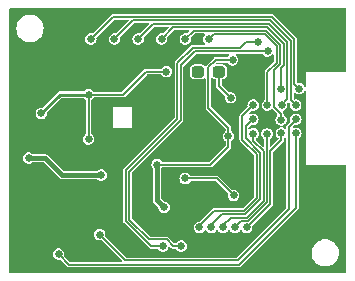
<source format=gbr>
%TF.GenerationSoftware,KiCad,Pcbnew,8.0.1*%
%TF.CreationDate,2024-07-01T16:13:11-04:00*%
%TF.ProjectId,V1,56312e6b-6963-4616-945f-706362585858,rev?*%
%TF.SameCoordinates,Original*%
%TF.FileFunction,Copper,L2,Bot*%
%TF.FilePolarity,Positive*%
%FSLAX46Y46*%
G04 Gerber Fmt 4.6, Leading zero omitted, Abs format (unit mm)*
G04 Created by KiCad (PCBNEW 8.0.1) date 2024-07-01 16:13:11*
%MOMM*%
%LPD*%
G01*
G04 APERTURE LIST*
G04 Aperture macros list*
%AMRoundRect*
0 Rectangle with rounded corners*
0 $1 Rounding radius*
0 $2 $3 $4 $5 $6 $7 $8 $9 X,Y pos of 4 corners*
0 Add a 4 corners polygon primitive as box body*
4,1,4,$2,$3,$4,$5,$6,$7,$8,$9,$2,$3,0*
0 Add four circle primitives for the rounded corners*
1,1,$1+$1,$2,$3*
1,1,$1+$1,$4,$5*
1,1,$1+$1,$6,$7*
1,1,$1+$1,$8,$9*
0 Add four rect primitives between the rounded corners*
20,1,$1+$1,$2,$3,$4,$5,0*
20,1,$1+$1,$4,$5,$6,$7,0*
20,1,$1+$1,$6,$7,$8,$9,0*
20,1,$1+$1,$8,$9,$2,$3,0*%
G04 Aperture macros list end*
%TA.AperFunction,SMDPad,CuDef*%
%ADD10RoundRect,0.237500X-0.287500X-0.237500X0.287500X-0.237500X0.287500X0.237500X-0.287500X0.237500X0*%
%TD*%
%TA.AperFunction,ViaPad*%
%ADD11C,0.660400*%
%TD*%
%TA.AperFunction,Conductor*%
%ADD12C,0.152400*%
%TD*%
%TA.AperFunction,Conductor*%
%ADD13C,0.381000*%
%TD*%
%TA.AperFunction,Conductor*%
%ADD14C,0.254000*%
%TD*%
G04 APERTURE END LIST*
D10*
%TO.P,D1,1,K*%
%TO.N,Net-(D1-K)*%
X166408500Y-105875121D03*
%TO.P,D1,2,A*%
%TO.N,/LED1*%
X168158500Y-105875121D03*
%TD*%
D11*
%TO.N,GND*%
X154810000Y-108948621D03*
X166110000Y-109848621D03*
X151210000Y-117048621D03*
X166310000Y-120848621D03*
X157910000Y-121048621D03*
X153140000Y-121338621D03*
X154410000Y-103048621D03*
X166400000Y-112568621D03*
X155500000Y-113538621D03*
X177710000Y-118048621D03*
X154410000Y-106048621D03*
X156210000Y-108948621D03*
X155910000Y-106048621D03*
X177710000Y-101548621D03*
X174710000Y-119548621D03*
X155910000Y-104598621D03*
X152910000Y-107548621D03*
X156710000Y-118048621D03*
X169110000Y-106848621D03*
X169110000Y-109298621D03*
X162450000Y-110708621D03*
X177710000Y-104548621D03*
X151210000Y-119048621D03*
X158910000Y-106048621D03*
X176210000Y-116548621D03*
X151410000Y-104548621D03*
X177710000Y-103048621D03*
X176210000Y-101548621D03*
X160410000Y-106048621D03*
X176210000Y-118048621D03*
X154410000Y-104548621D03*
X157280000Y-113538621D03*
X152910000Y-106048621D03*
X169310000Y-120848621D03*
X176210000Y-103048621D03*
X174710000Y-101548621D03*
X151210000Y-115048621D03*
X157410000Y-106048621D03*
X155910000Y-103098621D03*
X174710000Y-121048621D03*
X167810000Y-120848621D03*
X152910000Y-104548621D03*
X151410000Y-106048621D03*
%TO.N,VCC*%
X162922500Y-113738621D03*
X163510000Y-117348621D03*
X168962500Y-111328621D03*
X169310000Y-104858621D03*
%TO.N,+1V8*%
X157123500Y-111570121D03*
X153120000Y-109388621D03*
X163710000Y-105858621D03*
X157120000Y-107800121D03*
%TO.N,Net-(D1-K)*%
X166408500Y-105875121D03*
%TO.N,/LED1*%
X169143500Y-108075121D03*
%TO.N,/VBAT*%
X152050000Y-113166121D03*
X158190000Y-114628621D03*
%TO.N,/SWDCLK*%
X164960000Y-120638621D03*
X172280000Y-104118621D03*
%TO.N,/SWDIO*%
X171470000Y-103328621D03*
X163410000Y-120638621D03*
%TO.N,/BAT_V*%
X165301000Y-114906121D03*
X169400000Y-116338621D03*
%TO.N,/VIB_CTRL*%
X173440000Y-111068621D03*
X170510000Y-119053621D03*
%TO.N,/A3*%
X173460000Y-108698621D03*
X161310000Y-103101121D03*
%TO.N,/EN_A*%
X174670000Y-111088621D03*
X154580000Y-121298621D03*
%TO.N,/EN_B*%
X158060000Y-119658621D03*
X174670000Y-109888621D03*
%TO.N,/A5*%
X174930000Y-107308621D03*
X157310000Y-103101121D03*
%TO.N,/BTN_2*%
X171020000Y-109898621D03*
X167510000Y-119053621D03*
%TO.N,/BTN_3*%
X168510000Y-119053621D03*
X171040000Y-111108621D03*
%TO.N,/BTN_4*%
X169510000Y-119053621D03*
X172230000Y-111128621D03*
%TO.N,/BTN_1*%
X166510000Y-119053621D03*
X171060000Y-108698621D03*
%TO.N,/A2*%
X173410000Y-107298621D03*
X163310000Y-103101121D03*
%TO.N,/A1*%
X173420000Y-109948621D03*
X165310000Y-103101121D03*
%TO.N,/A4*%
X174660000Y-108698621D03*
X159310000Y-103101121D03*
%TO.N,/A0*%
X172260000Y-108698621D03*
X167310000Y-103101121D03*
%TD*%
D12*
%TO.N,VCC*%
X167430000Y-113738621D02*
X162922500Y-113738621D01*
X168962500Y-112206121D02*
X167430000Y-113738621D01*
D13*
X162922500Y-113738621D02*
X162922500Y-116761121D01*
X162922500Y-116761121D02*
X163510000Y-117348621D01*
D12*
X168962500Y-111328621D02*
X168962500Y-112206121D01*
X169310000Y-104858621D02*
X167870000Y-104858621D01*
X167260000Y-108908621D02*
X168962500Y-110611121D01*
X167260000Y-105468621D02*
X167260000Y-108908621D01*
X167870000Y-104858621D02*
X167260000Y-105468621D01*
X168962500Y-110611121D02*
X168962500Y-111328621D01*
%TO.N,+1V8*%
X157123500Y-107803621D02*
X157123500Y-111570121D01*
X157120000Y-107800121D02*
X157123500Y-107803621D01*
X160033500Y-107800121D02*
X157120000Y-107800121D01*
X161975000Y-105858621D02*
X160033500Y-107800121D01*
D14*
X154708500Y-107800121D02*
X153120000Y-109388621D01*
X157120000Y-107800121D02*
X154708500Y-107800121D01*
D12*
X163710000Y-105858621D02*
X161975000Y-105858621D01*
%TO.N,/LED1*%
X168158500Y-107090121D02*
X169143500Y-108075121D01*
X168158500Y-105875121D02*
X168158500Y-107090121D01*
D13*
%TO.N,/VBAT*%
X154880000Y-114628621D02*
X153417500Y-113166121D01*
X153417500Y-113166121D02*
X152050000Y-113166121D01*
X158190000Y-114628621D02*
X154880000Y-114628621D01*
D12*
%TO.N,/SWDCLK*%
X162253092Y-120058621D02*
X160582100Y-118387629D01*
X164922100Y-105306521D02*
X166110000Y-104118621D01*
X163720000Y-120058621D02*
X162253092Y-120058621D01*
X164922100Y-109986521D02*
X164922100Y-105306521D01*
X160582100Y-114326521D02*
X164922100Y-109986521D01*
X164300000Y-120638621D02*
X163720000Y-120058621D01*
X166110000Y-104118621D02*
X172280000Y-104118621D01*
X160582100Y-118387629D02*
X160582100Y-114326521D01*
X164960000Y-120638621D02*
X164300000Y-120638621D01*
%TO.N,/SWDIO*%
X169982100Y-103826521D02*
X170480000Y-103328621D01*
X170480000Y-103328621D02*
X171470000Y-103328621D01*
X164630000Y-109838621D02*
X164630000Y-105158621D01*
X165962100Y-103826521D02*
X169982100Y-103826521D01*
X162420000Y-120638621D02*
X160290000Y-118508621D01*
X163410000Y-120638621D02*
X162420000Y-120638621D01*
X160290000Y-114178621D02*
X164630000Y-109838621D01*
X164630000Y-105158621D02*
X165962100Y-103826521D01*
X160290000Y-118508621D02*
X160290000Y-114178621D01*
%TO.N,/BAT_V*%
X169400000Y-116338621D02*
X167967500Y-114906121D01*
X167967500Y-114906121D02*
X165301000Y-114906121D01*
%TO.N,/VIB_CTRL*%
X170510000Y-119053621D02*
X170510000Y-119048621D01*
X170510000Y-119048621D02*
X172522100Y-117036521D01*
X173440000Y-111668621D02*
X173440000Y-111068621D01*
X172522100Y-117036521D02*
X172522100Y-112586521D01*
X172522100Y-112586521D02*
X173440000Y-111668621D01*
%TO.N,/A3*%
X162598800Y-101812321D02*
X172387516Y-101812321D01*
X161310000Y-103101121D02*
X162598800Y-101812321D01*
X172387516Y-101812321D02*
X173956100Y-103380905D01*
X173956100Y-103380905D02*
X173956100Y-108202521D01*
X173956100Y-108202521D02*
X173460000Y-108698621D01*
%TO.N,/EN_A*%
X155490000Y-122208621D02*
X169850000Y-122208621D01*
X169850000Y-122208621D02*
X174670000Y-117388621D01*
X174670000Y-117388621D02*
X174670000Y-111088621D01*
X154580000Y-121298621D02*
X155490000Y-122208621D01*
%TO.N,/EN_B*%
X160230000Y-121828621D02*
X169730000Y-121828621D01*
X169730000Y-121828621D02*
X174080000Y-117478621D01*
X174080000Y-117478621D02*
X174080000Y-110558621D01*
X174670000Y-109968621D02*
X174670000Y-109888621D01*
X174080000Y-110558621D02*
X174670000Y-109968621D01*
X158060000Y-119658621D02*
X160230000Y-121828621D01*
%TO.N,/A5*%
X174540300Y-103138921D02*
X174540300Y-106918921D01*
X159183000Y-101228121D02*
X172629500Y-101228121D01*
X174540300Y-106918921D02*
X174930000Y-107308621D01*
X172629500Y-101228121D02*
X174540300Y-103138921D01*
X157310000Y-103101121D02*
X159183000Y-101228121D01*
%TO.N,/BTN_2*%
X167510000Y-118858621D02*
X168445300Y-117923321D01*
X171645800Y-116666637D02*
X171645800Y-112724421D01*
X168445300Y-117923321D02*
X170389116Y-117923321D01*
X167510000Y-119053621D02*
X167510000Y-118858621D01*
X170420000Y-110498621D02*
X171020000Y-109898621D01*
X170420000Y-111498621D02*
X170420000Y-110498621D01*
X170389116Y-117923321D02*
X171645800Y-116666637D01*
X171645800Y-112724421D02*
X170420000Y-111498621D01*
%TO.N,/BTN_3*%
X170510108Y-118215421D02*
X171937900Y-116787629D01*
X168510000Y-119053621D02*
X168510000Y-118858621D01*
X171937900Y-116787629D02*
X171937900Y-112603429D01*
X171937900Y-112603429D02*
X171040000Y-111705529D01*
X171040000Y-111705529D02*
X171040000Y-111108621D01*
X168510000Y-118858621D02*
X169153200Y-118215421D01*
X169153200Y-118215421D02*
X170510108Y-118215421D01*
%TO.N,/BTN_4*%
X169510000Y-119053621D02*
X170056100Y-118507521D01*
X170631100Y-118507521D02*
X172230000Y-116908621D01*
X170056100Y-118507521D02*
X170631100Y-118507521D01*
X172230000Y-116908621D02*
X172230000Y-111128621D01*
%TO.N,/BTN_1*%
X171353700Y-116545645D02*
X171353700Y-112845413D01*
X170127900Y-109630721D02*
X171060000Y-108698621D01*
X170127900Y-111619613D02*
X170127900Y-109630721D01*
X167767400Y-117631221D02*
X170268124Y-117631221D01*
X171353700Y-112845413D02*
X170127900Y-111619613D01*
X170268124Y-117631221D02*
X171353700Y-116545645D01*
X166510000Y-118888621D02*
X167767400Y-117631221D01*
X166510000Y-119053621D02*
X166510000Y-118888621D01*
%TO.N,/A2*%
X173664000Y-103501897D02*
X173664000Y-105300805D01*
X163310000Y-103101121D02*
X164306700Y-102104421D01*
X164306700Y-102104421D02*
X172266524Y-102104421D01*
X173410000Y-105554805D02*
X173410000Y-107298621D01*
X172266524Y-102104421D02*
X173664000Y-103501897D01*
X173664000Y-105300805D02*
X173410000Y-105554805D01*
%TO.N,/A1*%
X172850000Y-105701713D02*
X172850000Y-108888621D01*
X173420000Y-109458621D02*
X173420000Y-109948621D01*
X173350000Y-103600989D02*
X173350000Y-105201713D01*
X172145532Y-102396521D02*
X173350000Y-103600989D01*
X173350000Y-105201713D02*
X172850000Y-105701713D01*
X165310000Y-103101121D02*
X166014600Y-102396521D01*
X172850000Y-108888621D02*
X173420000Y-109458621D01*
X166014600Y-102396521D02*
X172145532Y-102396521D01*
%TO.N,/A4*%
X174248200Y-103259913D02*
X174248200Y-108286821D01*
X172508508Y-101520221D02*
X174248200Y-103259913D01*
X159310000Y-103101121D02*
X160890900Y-101520221D01*
X174248200Y-108286821D02*
X174660000Y-108698621D01*
X160890900Y-101520221D02*
X172508508Y-101520221D01*
%TO.N,/A0*%
X167310000Y-103101121D02*
X167722500Y-102688621D01*
X173040000Y-105098621D02*
X172260000Y-105878621D01*
X172024540Y-102688621D02*
X173040000Y-103704081D01*
X167722500Y-102688621D02*
X172024540Y-102688621D01*
X173040000Y-103704081D02*
X173040000Y-105098621D01*
X172260000Y-105878621D02*
X172260000Y-108698621D01*
%TD*%
%TA.AperFunction,Conductor*%
%TO.N,GND*%
G36*
X178878638Y-100470714D02*
G01*
X178904358Y-100515263D01*
X178905500Y-100528321D01*
X178905500Y-105812921D01*
X178887907Y-105861259D01*
X178843358Y-105886979D01*
X178830300Y-105888121D01*
X175507500Y-105888121D01*
X175507500Y-107064546D01*
X175489907Y-107112884D01*
X175445358Y-107138604D01*
X175394700Y-107129671D01*
X175363896Y-107095786D01*
X175340589Y-107044752D01*
X175340587Y-107044749D01*
X175249616Y-106939763D01*
X175249614Y-106939762D01*
X175132751Y-106864658D01*
X174999461Y-106825521D01*
X174999459Y-106825521D01*
X174860541Y-106825521D01*
X174860537Y-106825521D01*
X174855297Y-106826274D01*
X174804948Y-106815736D01*
X174773153Y-106775299D01*
X174769400Y-106751839D01*
X174769400Y-103093349D01*
X174769399Y-103093348D01*
X174759237Y-103068816D01*
X174759184Y-103068687D01*
X174734522Y-103009146D01*
X174734521Y-103009145D01*
X174734521Y-103009144D01*
X172759280Y-101033903D01*
X172759277Y-101033901D01*
X172759275Y-101033899D01*
X172699733Y-101009236D01*
X172699732Y-101009235D01*
X172675073Y-100999021D01*
X172675071Y-100999021D01*
X159137429Y-100999021D01*
X159112766Y-101009236D01*
X159070662Y-101026676D01*
X159053222Y-101033900D01*
X157480305Y-102606817D01*
X157433685Y-102628557D01*
X157405947Y-102625798D01*
X157379460Y-102618021D01*
X157379459Y-102618021D01*
X157240541Y-102618021D01*
X157240538Y-102618021D01*
X157107248Y-102657158D01*
X156990385Y-102732262D01*
X156990383Y-102732263D01*
X156899412Y-102837249D01*
X156899410Y-102837252D01*
X156841702Y-102963612D01*
X156821932Y-103101121D01*
X156841702Y-103238629D01*
X156899410Y-103364989D01*
X156899412Y-103364992D01*
X156987045Y-103466126D01*
X156990383Y-103469978D01*
X157013168Y-103484621D01*
X157107248Y-103545083D01*
X157150290Y-103557721D01*
X157240541Y-103584221D01*
X157240544Y-103584221D01*
X157379456Y-103584221D01*
X157379459Y-103584221D01*
X157512751Y-103545083D01*
X157629617Y-103469978D01*
X157720589Y-103364990D01*
X157778298Y-103238626D01*
X157798068Y-103101121D01*
X157782800Y-102994931D01*
X157793334Y-102944583D01*
X157804056Y-102931060D01*
X159255871Y-101479247D01*
X159302491Y-101457507D01*
X159309045Y-101457221D01*
X160448355Y-101457221D01*
X160496693Y-101474814D01*
X160522413Y-101519363D01*
X160513480Y-101570021D01*
X160501529Y-101585594D01*
X159983560Y-102103563D01*
X159480305Y-102606818D01*
X159433685Y-102628558D01*
X159405945Y-102625798D01*
X159379461Y-102618021D01*
X159379459Y-102618021D01*
X159240541Y-102618021D01*
X159240538Y-102618021D01*
X159107248Y-102657158D01*
X158990385Y-102732262D01*
X158990383Y-102732263D01*
X158899412Y-102837249D01*
X158899410Y-102837252D01*
X158841702Y-102963612D01*
X158821932Y-103101121D01*
X158841702Y-103238629D01*
X158899410Y-103364989D01*
X158899412Y-103364992D01*
X158987045Y-103466126D01*
X158990383Y-103469978D01*
X159013168Y-103484621D01*
X159107248Y-103545083D01*
X159150290Y-103557721D01*
X159240541Y-103584221D01*
X159240544Y-103584221D01*
X159379456Y-103584221D01*
X159379459Y-103584221D01*
X159512751Y-103545083D01*
X159629617Y-103469978D01*
X159720589Y-103364990D01*
X159778298Y-103238626D01*
X159798068Y-103101121D01*
X159782800Y-102994931D01*
X159793334Y-102944583D01*
X159804056Y-102931060D01*
X160963771Y-101771347D01*
X161010391Y-101749607D01*
X161016945Y-101749321D01*
X162156256Y-101749321D01*
X162204594Y-101766914D01*
X162230314Y-101811463D01*
X162221381Y-101862121D01*
X162209434Y-101877690D01*
X161480303Y-102606819D01*
X161433685Y-102628558D01*
X161405945Y-102625798D01*
X161379461Y-102618021D01*
X161379459Y-102618021D01*
X161240541Y-102618021D01*
X161240538Y-102618021D01*
X161107248Y-102657158D01*
X160990385Y-102732262D01*
X160990383Y-102732263D01*
X160899412Y-102837249D01*
X160899410Y-102837252D01*
X160841702Y-102963612D01*
X160821932Y-103101121D01*
X160841702Y-103238629D01*
X160899410Y-103364989D01*
X160899412Y-103364992D01*
X160987045Y-103466126D01*
X160990383Y-103469978D01*
X161013168Y-103484621D01*
X161107248Y-103545083D01*
X161150290Y-103557721D01*
X161240541Y-103584221D01*
X161240544Y-103584221D01*
X161379456Y-103584221D01*
X161379459Y-103584221D01*
X161512751Y-103545083D01*
X161629617Y-103469978D01*
X161720589Y-103364990D01*
X161778298Y-103238626D01*
X161798068Y-103101121D01*
X161782800Y-102994931D01*
X161793334Y-102944583D01*
X161804056Y-102931060D01*
X162671670Y-102063447D01*
X162718290Y-102041707D01*
X162724844Y-102041421D01*
X163864155Y-102041421D01*
X163912493Y-102059014D01*
X163938213Y-102103563D01*
X163929280Y-102154221D01*
X163917330Y-102169794D01*
X163794939Y-102292184D01*
X163480304Y-102606818D01*
X163433684Y-102628557D01*
X163405945Y-102625797D01*
X163379464Y-102618022D01*
X163379461Y-102618021D01*
X163379459Y-102618021D01*
X163240541Y-102618021D01*
X163240538Y-102618021D01*
X163107248Y-102657158D01*
X162990385Y-102732262D01*
X162990383Y-102732263D01*
X162899412Y-102837249D01*
X162899410Y-102837252D01*
X162841702Y-102963612D01*
X162821932Y-103101121D01*
X162841702Y-103238629D01*
X162899410Y-103364989D01*
X162899412Y-103364992D01*
X162987045Y-103466126D01*
X162990383Y-103469978D01*
X163013168Y-103484621D01*
X163107248Y-103545083D01*
X163150290Y-103557721D01*
X163240541Y-103584221D01*
X163240544Y-103584221D01*
X163379456Y-103584221D01*
X163379459Y-103584221D01*
X163512751Y-103545083D01*
X163629617Y-103469978D01*
X163720589Y-103364990D01*
X163778298Y-103238626D01*
X163798068Y-103101121D01*
X163782800Y-102994931D01*
X163793334Y-102944583D01*
X163804056Y-102931060D01*
X164379570Y-102355547D01*
X164426190Y-102333807D01*
X164432744Y-102333521D01*
X165572054Y-102333521D01*
X165620392Y-102351114D01*
X165646112Y-102395663D01*
X165637179Y-102446321D01*
X165625228Y-102461896D01*
X165480304Y-102606818D01*
X165433684Y-102628557D01*
X165405945Y-102625797D01*
X165379464Y-102618022D01*
X165379461Y-102618021D01*
X165379459Y-102618021D01*
X165240541Y-102618021D01*
X165240538Y-102618021D01*
X165107248Y-102657158D01*
X164990385Y-102732262D01*
X164990383Y-102732263D01*
X164899412Y-102837249D01*
X164899410Y-102837252D01*
X164841702Y-102963612D01*
X164821932Y-103101121D01*
X164841702Y-103238629D01*
X164899410Y-103364989D01*
X164899412Y-103364992D01*
X164987045Y-103466126D01*
X164990383Y-103469978D01*
X165013168Y-103484621D01*
X165107248Y-103545083D01*
X165150290Y-103557721D01*
X165240541Y-103584221D01*
X165240544Y-103584221D01*
X165379456Y-103584221D01*
X165379459Y-103584221D01*
X165512751Y-103545083D01*
X165629617Y-103469978D01*
X165720589Y-103364990D01*
X165778298Y-103238626D01*
X165798068Y-103101121D01*
X165782800Y-102994930D01*
X165793336Y-102944583D01*
X165804056Y-102931060D01*
X166087472Y-102647646D01*
X166134092Y-102625907D01*
X166140646Y-102625621D01*
X166918125Y-102625621D01*
X166966463Y-102643214D01*
X166992183Y-102687763D01*
X166983250Y-102738421D01*
X166974957Y-102750067D01*
X166899412Y-102837249D01*
X166899410Y-102837252D01*
X166841702Y-102963612D01*
X166821932Y-103101121D01*
X166841702Y-103238629D01*
X166899410Y-103364989D01*
X166899412Y-103364992D01*
X166992980Y-103472975D01*
X167011339Y-103521028D01*
X166994514Y-103569639D01*
X166950380Y-103596062D01*
X166936148Y-103597421D01*
X165916529Y-103597421D01*
X165891866Y-103607636D01*
X165849762Y-103625076D01*
X165832322Y-103632300D01*
X164435778Y-105028844D01*
X164425839Y-105052841D01*
X164400900Y-105113049D01*
X164400900Y-109712575D01*
X164383307Y-109760913D01*
X164378874Y-109765749D01*
X160095778Y-114048844D01*
X160081915Y-114082315D01*
X160081915Y-114082316D01*
X160060900Y-114133051D01*
X160060900Y-118554191D01*
X160095778Y-118638397D01*
X162290223Y-120832842D01*
X162290225Y-120832843D01*
X162342893Y-120854658D01*
X162342894Y-120854659D01*
X162355956Y-120860069D01*
X162374429Y-120867721D01*
X162374430Y-120867721D01*
X162465570Y-120867721D01*
X162936004Y-120867721D01*
X162984342Y-120885314D01*
X162995888Y-120898426D01*
X162995889Y-120898426D01*
X162995997Y-120898551D01*
X162999264Y-120902261D01*
X162999413Y-120902493D01*
X163071396Y-120985566D01*
X163090383Y-121007478D01*
X163090385Y-121007479D01*
X163207248Y-121082583D01*
X163302069Y-121110424D01*
X163340541Y-121121721D01*
X163340544Y-121121721D01*
X163479456Y-121121721D01*
X163479459Y-121121721D01*
X163612751Y-121082583D01*
X163729617Y-121007478D01*
X163820589Y-120902490D01*
X163878298Y-120776126D01*
X163886485Y-120719181D01*
X163910777Y-120673842D01*
X163958532Y-120654723D01*
X164007404Y-120670773D01*
X164014085Y-120676703D01*
X164107957Y-120770575D01*
X164170226Y-120832844D01*
X164222893Y-120854658D01*
X164222894Y-120854659D01*
X164235956Y-120860069D01*
X164254429Y-120867721D01*
X164254430Y-120867721D01*
X164345570Y-120867721D01*
X164486004Y-120867721D01*
X164534342Y-120885314D01*
X164545888Y-120898426D01*
X164545889Y-120898426D01*
X164545997Y-120898551D01*
X164549264Y-120902261D01*
X164549413Y-120902493D01*
X164621396Y-120985566D01*
X164640383Y-121007478D01*
X164640385Y-121007479D01*
X164757248Y-121082583D01*
X164852069Y-121110424D01*
X164890541Y-121121721D01*
X164890544Y-121121721D01*
X165029456Y-121121721D01*
X165029459Y-121121721D01*
X165162751Y-121082583D01*
X165279617Y-121007478D01*
X165370589Y-120902490D01*
X165426629Y-120779781D01*
X165428297Y-120776129D01*
X165428297Y-120776127D01*
X165428298Y-120776126D01*
X165448068Y-120638621D01*
X165428298Y-120501116D01*
X165428297Y-120501114D01*
X165428297Y-120501112D01*
X165370589Y-120374752D01*
X165370587Y-120374749D01*
X165282736Y-120273364D01*
X165279617Y-120269764D01*
X165279616Y-120269763D01*
X165279614Y-120269762D01*
X165162751Y-120194658D01*
X165029461Y-120155521D01*
X165029459Y-120155521D01*
X164890541Y-120155521D01*
X164890538Y-120155521D01*
X164757248Y-120194658D01*
X164640385Y-120269762D01*
X164640380Y-120269766D01*
X164549413Y-120374748D01*
X164549264Y-120374981D01*
X164549111Y-120375097D01*
X164545889Y-120378816D01*
X164545110Y-120378141D01*
X164508329Y-120406131D01*
X164486004Y-120409521D01*
X164426045Y-120409521D01*
X164377707Y-120391928D01*
X164372871Y-120387495D01*
X163849780Y-119864403D01*
X163849777Y-119864401D01*
X163849775Y-119864399D01*
X163790233Y-119839736D01*
X163790232Y-119839735D01*
X163765573Y-119829521D01*
X163765571Y-119829521D01*
X162379136Y-119829521D01*
X162330798Y-119811928D01*
X162325962Y-119807495D01*
X160833226Y-118314758D01*
X160811486Y-118268138D01*
X160811200Y-118261584D01*
X160811200Y-114452566D01*
X160828793Y-114404228D01*
X160833226Y-114399392D01*
X165116321Y-110116297D01*
X165116322Y-110116296D01*
X165151200Y-110032091D01*
X165151200Y-109940951D01*
X165151200Y-105432566D01*
X165168793Y-105384228D01*
X165173226Y-105379392D01*
X166182871Y-104369747D01*
X166229491Y-104348007D01*
X166236045Y-104347721D01*
X168955299Y-104347721D01*
X169003637Y-104365314D01*
X169029357Y-104409863D01*
X169020424Y-104460521D01*
X168995955Y-104486183D01*
X168990385Y-104489762D01*
X168990380Y-104489766D01*
X168899413Y-104594748D01*
X168899264Y-104594981D01*
X168899111Y-104595097D01*
X168895889Y-104598816D01*
X168895110Y-104598141D01*
X168858329Y-104626131D01*
X168836004Y-104629521D01*
X167824429Y-104629521D01*
X167799766Y-104639736D01*
X167757662Y-104657176D01*
X167740222Y-104664400D01*
X167060729Y-105343893D01*
X167014109Y-105365633D01*
X166964422Y-105352319D01*
X166954381Y-105343893D01*
X166928332Y-105317844D01*
X166818144Y-105261701D01*
X166818146Y-105261701D01*
X166726724Y-105247221D01*
X166726722Y-105247221D01*
X166090278Y-105247221D01*
X166090275Y-105247221D01*
X165998854Y-105261701D01*
X165888667Y-105317844D01*
X165801223Y-105405288D01*
X165745080Y-105515475D01*
X165730600Y-105606896D01*
X165730600Y-106143345D01*
X165745080Y-106234766D01*
X165786100Y-106315272D01*
X165801223Y-106344953D01*
X165888668Y-106432398D01*
X165998854Y-106488540D01*
X165998856Y-106488541D01*
X166090278Y-106503021D01*
X166090282Y-106503021D01*
X166726718Y-106503021D01*
X166726722Y-106503021D01*
X166818144Y-106488541D01*
X166921561Y-106435847D01*
X166972616Y-106429579D01*
X167015757Y-106457595D01*
X167030900Y-106502852D01*
X167030900Y-108954191D01*
X167065778Y-109038397D01*
X168711374Y-110683991D01*
X168733114Y-110730611D01*
X168733400Y-110737165D01*
X168733400Y-110860530D01*
X168715807Y-110908868D01*
X168698856Y-110923792D01*
X168642885Y-110959762D01*
X168642883Y-110959763D01*
X168551912Y-111064749D01*
X168551910Y-111064752D01*
X168494202Y-111191112D01*
X168474432Y-111328621D01*
X168494202Y-111466129D01*
X168551910Y-111592489D01*
X168551912Y-111592492D01*
X168590390Y-111636897D01*
X168642883Y-111697478D01*
X168698856Y-111733449D01*
X168730008Y-111774383D01*
X168733400Y-111796712D01*
X168733400Y-112080076D01*
X168715807Y-112128414D01*
X168711374Y-112133250D01*
X167357129Y-113487495D01*
X167310509Y-113509235D01*
X167303955Y-113509521D01*
X163396496Y-113509521D01*
X163348158Y-113491928D01*
X163336611Y-113478815D01*
X163336611Y-113478816D01*
X163336502Y-113478690D01*
X163333236Y-113474981D01*
X163333086Y-113474748D01*
X163242119Y-113369766D01*
X163242114Y-113369762D01*
X163125251Y-113294658D01*
X162991961Y-113255521D01*
X162991959Y-113255521D01*
X162853041Y-113255521D01*
X162853038Y-113255521D01*
X162719748Y-113294658D01*
X162602885Y-113369762D01*
X162602883Y-113369763D01*
X162511912Y-113474749D01*
X162511910Y-113474752D01*
X162454202Y-113601112D01*
X162434432Y-113738621D01*
X162454202Y-113876129D01*
X162510362Y-113999099D01*
X162511911Y-114002490D01*
X162552077Y-114048844D01*
X162560732Y-114058832D01*
X162579091Y-114106885D01*
X162579100Y-114108078D01*
X162579100Y-116806330D01*
X162586299Y-116833197D01*
X162586299Y-116833199D01*
X162586300Y-116833199D01*
X162586300Y-116833200D01*
X162589059Y-116843495D01*
X162602502Y-116893668D01*
X162602503Y-116893672D01*
X162608847Y-116904659D01*
X162647712Y-116971974D01*
X163003826Y-117328088D01*
X163025086Y-117370559D01*
X163041702Y-117486128D01*
X163099410Y-117612489D01*
X163099412Y-117612492D01*
X163190383Y-117717478D01*
X163190385Y-117717479D01*
X163307248Y-117792583D01*
X163402069Y-117820424D01*
X163440541Y-117831721D01*
X163440544Y-117831721D01*
X163579456Y-117831721D01*
X163579459Y-117831721D01*
X163712751Y-117792583D01*
X163829617Y-117717478D01*
X163920589Y-117612490D01*
X163952466Y-117542689D01*
X163978297Y-117486129D01*
X163978297Y-117486127D01*
X163978298Y-117486126D01*
X163998068Y-117348621D01*
X163978298Y-117211116D01*
X163978297Y-117211114D01*
X163978297Y-117211112D01*
X163920589Y-117084752D01*
X163920587Y-117084749D01*
X163846184Y-116998884D01*
X163829617Y-116979764D01*
X163829616Y-116979763D01*
X163829614Y-116979762D01*
X163712751Y-116904658D01*
X163579461Y-116865521D01*
X163579459Y-116865521D01*
X163543689Y-116865521D01*
X163495351Y-116847928D01*
X163490515Y-116843495D01*
X163287926Y-116640906D01*
X163266186Y-116594286D01*
X163265900Y-116587732D01*
X163265900Y-114906121D01*
X164812932Y-114906121D01*
X164832702Y-115043629D01*
X164890410Y-115169989D01*
X164890412Y-115169992D01*
X164981383Y-115274978D01*
X164981385Y-115274979D01*
X165098248Y-115350083D01*
X165193069Y-115377924D01*
X165231541Y-115389221D01*
X165231544Y-115389221D01*
X165370456Y-115389221D01*
X165370459Y-115389221D01*
X165503751Y-115350083D01*
X165620617Y-115274978D01*
X165711589Y-115169990D01*
X165711591Y-115169984D01*
X165711736Y-115169761D01*
X165711888Y-115169644D01*
X165715111Y-115165926D01*
X165715889Y-115166600D01*
X165752671Y-115138611D01*
X165774996Y-115135221D01*
X167841455Y-115135221D01*
X167889793Y-115152814D01*
X167894629Y-115157247D01*
X168905938Y-116168556D01*
X168927678Y-116215176D01*
X168927199Y-116232431D01*
X168911932Y-116338620D01*
X168931702Y-116476129D01*
X168989410Y-116602489D01*
X168989412Y-116602492D01*
X169080383Y-116707478D01*
X169080385Y-116707479D01*
X169197248Y-116782583D01*
X169278124Y-116806330D01*
X169330541Y-116821721D01*
X169330544Y-116821721D01*
X169469456Y-116821721D01*
X169469459Y-116821721D01*
X169602751Y-116782583D01*
X169719617Y-116707478D01*
X169810589Y-116602490D01*
X169868298Y-116476126D01*
X169888068Y-116338621D01*
X169868298Y-116201116D01*
X169868297Y-116201114D01*
X169868297Y-116201112D01*
X169810589Y-116074752D01*
X169810587Y-116074749D01*
X169719616Y-115969763D01*
X169719614Y-115969762D01*
X169602751Y-115894658D01*
X169469461Y-115855521D01*
X169469459Y-115855521D01*
X169330541Y-115855521D01*
X169304053Y-115863298D01*
X169252717Y-115860035D01*
X169229694Y-115844318D01*
X168097280Y-114711903D01*
X168097277Y-114711901D01*
X168097275Y-114711899D01*
X168037733Y-114687236D01*
X168037732Y-114687235D01*
X168013073Y-114677021D01*
X168013071Y-114677021D01*
X165774996Y-114677021D01*
X165726658Y-114659428D01*
X165715111Y-114646315D01*
X165715111Y-114646316D01*
X165715002Y-114646190D01*
X165711736Y-114642481D01*
X165711586Y-114642248D01*
X165620619Y-114537266D01*
X165620614Y-114537262D01*
X165503751Y-114462158D01*
X165370461Y-114423021D01*
X165370459Y-114423021D01*
X165231541Y-114423021D01*
X165231538Y-114423021D01*
X165098248Y-114462158D01*
X164981385Y-114537262D01*
X164981383Y-114537263D01*
X164890412Y-114642249D01*
X164890410Y-114642252D01*
X164832702Y-114768612D01*
X164812932Y-114906121D01*
X163265900Y-114906121D01*
X163265900Y-114108078D01*
X163283493Y-114059740D01*
X163284268Y-114058832D01*
X163292923Y-114048844D01*
X163333089Y-114002490D01*
X163333090Y-114002486D01*
X163333236Y-114002261D01*
X163333385Y-114002146D01*
X163336611Y-113998425D01*
X163337389Y-113999099D01*
X163374171Y-113971111D01*
X163396496Y-113967721D01*
X167475570Y-113967721D01*
X167475571Y-113967721D01*
X167500231Y-113957505D01*
X167500234Y-113957505D01*
X167530004Y-113945174D01*
X167559775Y-113932843D01*
X169156722Y-112335896D01*
X169191600Y-112251691D01*
X169191600Y-112160551D01*
X169191600Y-111796712D01*
X169209193Y-111748374D01*
X169226144Y-111733449D01*
X169282117Y-111697478D01*
X169373089Y-111592490D01*
X169425614Y-111477478D01*
X169430797Y-111466129D01*
X169430797Y-111466127D01*
X169430798Y-111466126D01*
X169450568Y-111328621D01*
X169430798Y-111191116D01*
X169430797Y-111191114D01*
X169430797Y-111191112D01*
X169373089Y-111064752D01*
X169373087Y-111064749D01*
X169282116Y-110959763D01*
X169282114Y-110959762D01*
X169226144Y-110923792D01*
X169194991Y-110882858D01*
X169191600Y-110860530D01*
X169191600Y-110565551D01*
X169169854Y-110513051D01*
X169169854Y-110513050D01*
X169156722Y-110481346D01*
X167511126Y-108835750D01*
X167489386Y-108789130D01*
X167489100Y-108782576D01*
X167489100Y-106464378D01*
X167506693Y-106416040D01*
X167551242Y-106390320D01*
X167601900Y-106399253D01*
X167617474Y-106411204D01*
X167638668Y-106432398D01*
X167748854Y-106488540D01*
X167748856Y-106488541D01*
X167840278Y-106503021D01*
X167854200Y-106503021D01*
X167902538Y-106520614D01*
X167928258Y-106565163D01*
X167929400Y-106578221D01*
X167929400Y-107135691D01*
X167964278Y-107219897D01*
X168649438Y-107905056D01*
X168671178Y-107951676D01*
X168670699Y-107968931D01*
X168655432Y-108075120D01*
X168675202Y-108212629D01*
X168732910Y-108338989D01*
X168732912Y-108338992D01*
X168823883Y-108443978D01*
X168823885Y-108443979D01*
X168940748Y-108519083D01*
X169019080Y-108542083D01*
X169074041Y-108558221D01*
X169074044Y-108558221D01*
X169212956Y-108558221D01*
X169212959Y-108558221D01*
X169346251Y-108519083D01*
X169463117Y-108443978D01*
X169554089Y-108338990D01*
X169592602Y-108254659D01*
X169611797Y-108212629D01*
X169611797Y-108212627D01*
X169611798Y-108212626D01*
X169631568Y-108075121D01*
X169611798Y-107937616D01*
X169611797Y-107937614D01*
X169611797Y-107937612D01*
X169554089Y-107811252D01*
X169554087Y-107811249D01*
X169463116Y-107706263D01*
X169463114Y-107706262D01*
X169346251Y-107631158D01*
X169212961Y-107592021D01*
X169212959Y-107592021D01*
X169074041Y-107592021D01*
X169074040Y-107592021D01*
X169047551Y-107599798D01*
X168996215Y-107596534D01*
X168973193Y-107580818D01*
X168409626Y-107017250D01*
X168387886Y-106970630D01*
X168387600Y-106964076D01*
X168387600Y-106578221D01*
X168405193Y-106529883D01*
X168449742Y-106504163D01*
X168462800Y-106503021D01*
X168476718Y-106503021D01*
X168476722Y-106503021D01*
X168568144Y-106488541D01*
X168678332Y-106432398D01*
X168765777Y-106344953D01*
X168821920Y-106234765D01*
X168836400Y-106143343D01*
X168836400Y-105606899D01*
X168821920Y-105515477D01*
X168765777Y-105405289D01*
X168678332Y-105317844D01*
X168568144Y-105261701D01*
X168568146Y-105261701D01*
X168476724Y-105247221D01*
X168476722Y-105247221D01*
X167986946Y-105247221D01*
X167938608Y-105229628D01*
X167912888Y-105185079D01*
X167921821Y-105134421D01*
X167933772Y-105118847D01*
X167942872Y-105109747D01*
X167989492Y-105088007D01*
X167996046Y-105087721D01*
X168836004Y-105087721D01*
X168884342Y-105105314D01*
X168895888Y-105118426D01*
X168895889Y-105118426D01*
X168895997Y-105118551D01*
X168899264Y-105122261D01*
X168899413Y-105122493D01*
X168909749Y-105134421D01*
X168990383Y-105227478D01*
X169021104Y-105247221D01*
X169107248Y-105302583D01*
X169159223Y-105317844D01*
X169240541Y-105341721D01*
X169240544Y-105341721D01*
X169379456Y-105341721D01*
X169379459Y-105341721D01*
X169512751Y-105302583D01*
X169629617Y-105227478D01*
X169720589Y-105122490D01*
X169778298Y-104996126D01*
X169798068Y-104858621D01*
X169778298Y-104721116D01*
X169778297Y-104721114D01*
X169778297Y-104721112D01*
X169720589Y-104594752D01*
X169720587Y-104594749D01*
X169629616Y-104489763D01*
X169629614Y-104489762D01*
X169624045Y-104486183D01*
X169592892Y-104445249D01*
X169595340Y-104393868D01*
X169630243Y-104356080D01*
X169664701Y-104347721D01*
X171806004Y-104347721D01*
X171854342Y-104365314D01*
X171865888Y-104378426D01*
X171865889Y-104378426D01*
X171865997Y-104378551D01*
X171869264Y-104382261D01*
X171869413Y-104382493D01*
X171960380Y-104487475D01*
X171960383Y-104487478D01*
X171996315Y-104510570D01*
X172077248Y-104562583D01*
X172172069Y-104590424D01*
X172210541Y-104601721D01*
X172210544Y-104601721D01*
X172349456Y-104601721D01*
X172349459Y-104601721D01*
X172482751Y-104562583D01*
X172599617Y-104487478D01*
X172678868Y-104396017D01*
X172723818Y-104371008D01*
X172774329Y-104380743D01*
X172806764Y-104420668D01*
X172810900Y-104445263D01*
X172810900Y-104972575D01*
X172793307Y-105020913D01*
X172788874Y-105025749D01*
X172065779Y-105748843D01*
X172041115Y-105808385D01*
X172041115Y-105808387D01*
X172030900Y-105833050D01*
X172030900Y-105833051D01*
X172030900Y-108230530D01*
X172013307Y-108278868D01*
X171996356Y-108293792D01*
X171940385Y-108329762D01*
X171940383Y-108329763D01*
X171849412Y-108434749D01*
X171849410Y-108434752D01*
X171791702Y-108561112D01*
X171771932Y-108698621D01*
X171791702Y-108836129D01*
X171849410Y-108962489D01*
X171849412Y-108962492D01*
X171940383Y-109067478D01*
X171940385Y-109067479D01*
X172057248Y-109142583D01*
X172117138Y-109160168D01*
X172190541Y-109181721D01*
X172190544Y-109181721D01*
X172329456Y-109181721D01*
X172329459Y-109181721D01*
X172462751Y-109142583D01*
X172579617Y-109067478D01*
X172584865Y-109061420D01*
X172629815Y-109036410D01*
X172680325Y-109046143D01*
X172694873Y-109057491D01*
X173105827Y-109468444D01*
X173127567Y-109515064D01*
X173114253Y-109564751D01*
X173101904Y-109578446D01*
X173100384Y-109579763D01*
X173009412Y-109684749D01*
X173009410Y-109684752D01*
X172951702Y-109811112D01*
X172931932Y-109948621D01*
X172951702Y-110086129D01*
X173009410Y-110212489D01*
X173009412Y-110212492D01*
X173100383Y-110317478D01*
X173100385Y-110317479D01*
X173217248Y-110392583D01*
X173312069Y-110420424D01*
X173350541Y-110431721D01*
X173350544Y-110431721D01*
X173489456Y-110431721D01*
X173489459Y-110431721D01*
X173622751Y-110392583D01*
X173739617Y-110317478D01*
X173830589Y-110212490D01*
X173867810Y-110130988D01*
X173888297Y-110086129D01*
X173888297Y-110086127D01*
X173888298Y-110086126D01*
X173908068Y-109948621D01*
X173888298Y-109811116D01*
X173888297Y-109811114D01*
X173888297Y-109811112D01*
X173830589Y-109684752D01*
X173830587Y-109684749D01*
X173739616Y-109579763D01*
X173739614Y-109579762D01*
X173683644Y-109543792D01*
X173652491Y-109502858D01*
X173649100Y-109480530D01*
X173649100Y-109413051D01*
X173623717Y-109351771D01*
X173623717Y-109351770D01*
X173614221Y-109328845D01*
X173570872Y-109285496D01*
X173549132Y-109238876D01*
X173562446Y-109189189D01*
X173602860Y-109160168D01*
X173662751Y-109142583D01*
X173779617Y-109067478D01*
X173870589Y-108962490D01*
X173916002Y-108863051D01*
X173928297Y-108836129D01*
X173928297Y-108836127D01*
X173928298Y-108836126D01*
X173948068Y-108698621D01*
X173932800Y-108592430D01*
X173943336Y-108542083D01*
X173954056Y-108528559D01*
X174006826Y-108475789D01*
X174053444Y-108454051D01*
X174103131Y-108467364D01*
X174113173Y-108475791D01*
X174165938Y-108528556D01*
X174187678Y-108575176D01*
X174187199Y-108592431D01*
X174171932Y-108698620D01*
X174191702Y-108836129D01*
X174249410Y-108962489D01*
X174249412Y-108962492D01*
X174340383Y-109067478D01*
X174340385Y-109067479D01*
X174457248Y-109142583D01*
X174517138Y-109160168D01*
X174590541Y-109181721D01*
X174590544Y-109181721D01*
X174729456Y-109181721D01*
X174729459Y-109181721D01*
X174862751Y-109142583D01*
X174979617Y-109067478D01*
X175070589Y-108962490D01*
X175116002Y-108863051D01*
X175128297Y-108836129D01*
X175128297Y-108836127D01*
X175128298Y-108836126D01*
X175148068Y-108698621D01*
X175128298Y-108561116D01*
X175128297Y-108561114D01*
X175128297Y-108561112D01*
X175070589Y-108434752D01*
X175070587Y-108434749D01*
X174979616Y-108329763D01*
X174979614Y-108329762D01*
X174862751Y-108254658D01*
X174729461Y-108215521D01*
X174729459Y-108215521D01*
X174590541Y-108215521D01*
X174573685Y-108220470D01*
X174522349Y-108217207D01*
X174485121Y-108181708D01*
X174477300Y-108148316D01*
X174477300Y-107725510D01*
X174494893Y-107677172D01*
X174539442Y-107651452D01*
X174590100Y-107660385D01*
X174609330Y-107676263D01*
X174610383Y-107677478D01*
X174610385Y-107677479D01*
X174727248Y-107752583D01*
X174822069Y-107780424D01*
X174860541Y-107791721D01*
X174860544Y-107791721D01*
X174999456Y-107791721D01*
X174999459Y-107791721D01*
X175132751Y-107752583D01*
X175249617Y-107677478D01*
X175340589Y-107572490D01*
X175352513Y-107546379D01*
X175363896Y-107521456D01*
X175399979Y-107484795D01*
X175451186Y-107479905D01*
X175493556Y-107509075D01*
X175507500Y-107552695D01*
X175507500Y-113762121D01*
X178830300Y-113762121D01*
X178878638Y-113779714D01*
X178904358Y-113824263D01*
X178905500Y-113837321D01*
X178905500Y-122868921D01*
X178887907Y-122917259D01*
X178843358Y-122942979D01*
X178830300Y-122944121D01*
X150489700Y-122944121D01*
X150441362Y-122926528D01*
X150415642Y-122881979D01*
X150414500Y-122868921D01*
X150414500Y-121298621D01*
X154091932Y-121298621D01*
X154111702Y-121436129D01*
X154169410Y-121562489D01*
X154169412Y-121562492D01*
X154260383Y-121667478D01*
X154260385Y-121667479D01*
X154377248Y-121742583D01*
X154441242Y-121761373D01*
X154510541Y-121781721D01*
X154510544Y-121781721D01*
X154649460Y-121781721D01*
X154664838Y-121777205D01*
X154675943Y-121773944D01*
X154727279Y-121777205D01*
X154750305Y-121792923D01*
X155295779Y-122338396D01*
X155360225Y-122402842D01*
X155444429Y-122437721D01*
X155444430Y-122437721D01*
X169895570Y-122437721D01*
X169895571Y-122437721D01*
X169920231Y-122427505D01*
X169920234Y-122427505D01*
X169950004Y-122415174D01*
X169979775Y-122402843D01*
X171183995Y-121198623D01*
X176000554Y-121198623D01*
X176020296Y-121411669D01*
X176020297Y-121411675D01*
X176078847Y-121617455D01*
X176078852Y-121617468D01*
X176174216Y-121808987D01*
X176303155Y-121979731D01*
X176303158Y-121979734D01*
X176461275Y-122123877D01*
X176643186Y-122236512D01*
X176643188Y-122236512D01*
X176643190Y-122236514D01*
X176842703Y-122313806D01*
X177053020Y-122353121D01*
X177053025Y-122353121D01*
X177266975Y-122353121D01*
X177266980Y-122353121D01*
X177477297Y-122313806D01*
X177676810Y-122236514D01*
X177858722Y-122123879D01*
X178016841Y-121979735D01*
X178145781Y-121808991D01*
X178241151Y-121617461D01*
X178299704Y-121411669D01*
X178319446Y-121198621D01*
X178299704Y-120985573D01*
X178241151Y-120779781D01*
X178236567Y-120770575D01*
X178145783Y-120588254D01*
X178016844Y-120417510D01*
X178016841Y-120417507D01*
X177858724Y-120273364D01*
X177676813Y-120160729D01*
X177477298Y-120083436D01*
X177442244Y-120076883D01*
X177266980Y-120044121D01*
X177053020Y-120044121D01*
X176912808Y-120070331D01*
X176842701Y-120083436D01*
X176643187Y-120160729D01*
X176643186Y-120160729D01*
X176461275Y-120273364D01*
X176303158Y-120417507D01*
X176303155Y-120417510D01*
X176174216Y-120588254D01*
X176078852Y-120779773D01*
X176078847Y-120779786D01*
X176020297Y-120985566D01*
X176020296Y-120985572D01*
X176000554Y-121198618D01*
X176000554Y-121198623D01*
X171183995Y-121198623D01*
X174864221Y-117518396D01*
X174880166Y-117479901D01*
X174899100Y-117434192D01*
X174899100Y-111556712D01*
X174916693Y-111508374D01*
X174933644Y-111493449D01*
X174951582Y-111481921D01*
X174989617Y-111457478D01*
X175080589Y-111352490D01*
X175120029Y-111266129D01*
X175138297Y-111226129D01*
X175138297Y-111226127D01*
X175138298Y-111226126D01*
X175158068Y-111088621D01*
X175138298Y-110951116D01*
X175138297Y-110951114D01*
X175138297Y-110951112D01*
X175080589Y-110824752D01*
X175080587Y-110824749D01*
X174989616Y-110719763D01*
X174989614Y-110719762D01*
X174872751Y-110644658D01*
X174739461Y-110605521D01*
X174739459Y-110605521D01*
X174600541Y-110605521D01*
X174600538Y-110605521D01*
X174538597Y-110623709D01*
X174487261Y-110620446D01*
X174450032Y-110584948D01*
X174444331Y-110533825D01*
X174464237Y-110498381D01*
X174568871Y-110393747D01*
X174615491Y-110372007D01*
X174622045Y-110371721D01*
X174739456Y-110371721D01*
X174739459Y-110371721D01*
X174872751Y-110332583D01*
X174989617Y-110257478D01*
X175080589Y-110152490D01*
X175135574Y-110032091D01*
X175138297Y-110026129D01*
X175138297Y-110026127D01*
X175138298Y-110026126D01*
X175158068Y-109888621D01*
X175138298Y-109751116D01*
X175138297Y-109751114D01*
X175138297Y-109751112D01*
X175080589Y-109624752D01*
X175080587Y-109624749D01*
X175006184Y-109538884D01*
X174989617Y-109519764D01*
X174989616Y-109519763D01*
X174989614Y-109519762D01*
X174872751Y-109444658D01*
X174739461Y-109405521D01*
X174739459Y-109405521D01*
X174600541Y-109405521D01*
X174600538Y-109405521D01*
X174467248Y-109444658D01*
X174350385Y-109519762D01*
X174350383Y-109519763D01*
X174259412Y-109624749D01*
X174259410Y-109624752D01*
X174201702Y-109751112D01*
X174181932Y-109888621D01*
X174201702Y-110026129D01*
X174207223Y-110038217D01*
X174211299Y-110089495D01*
X174191993Y-110122629D01*
X173885780Y-110428843D01*
X173885779Y-110428844D01*
X173885778Y-110428846D01*
X173864032Y-110481346D01*
X173864032Y-110481347D01*
X173850900Y-110513049D01*
X173850900Y-110620709D01*
X173833307Y-110669047D01*
X173788758Y-110694767D01*
X173738100Y-110685834D01*
X173735044Y-110683971D01*
X173642751Y-110624658D01*
X173509461Y-110585521D01*
X173509459Y-110585521D01*
X173370541Y-110585521D01*
X173370538Y-110585521D01*
X173237248Y-110624658D01*
X173120385Y-110699762D01*
X173120383Y-110699763D01*
X173029412Y-110804749D01*
X173029410Y-110804752D01*
X172971702Y-110931112D01*
X172951932Y-111068621D01*
X172971702Y-111206129D01*
X173029410Y-111332489D01*
X173029412Y-111332492D01*
X173064070Y-111372489D01*
X173120383Y-111437478D01*
X173176356Y-111473449D01*
X173207508Y-111514383D01*
X173210900Y-111536712D01*
X173210900Y-111542576D01*
X173193307Y-111590914D01*
X173188874Y-111595750D01*
X172587474Y-112197150D01*
X172540854Y-112218890D01*
X172491167Y-112205576D01*
X172461662Y-112163439D01*
X172459100Y-112143976D01*
X172459100Y-111596712D01*
X172476693Y-111548374D01*
X172493644Y-111533449D01*
X172501541Y-111528374D01*
X172549617Y-111497478D01*
X172640589Y-111392490D01*
X172698298Y-111266126D01*
X172718068Y-111128621D01*
X172698298Y-110991116D01*
X172698297Y-110991114D01*
X172698297Y-110991112D01*
X172640589Y-110864752D01*
X172640587Y-110864749D01*
X172549616Y-110759763D01*
X172549614Y-110759762D01*
X172432751Y-110684658D01*
X172299461Y-110645521D01*
X172299459Y-110645521D01*
X172160541Y-110645521D01*
X172160538Y-110645521D01*
X172027248Y-110684658D01*
X171910385Y-110759762D01*
X171910383Y-110759763D01*
X171819412Y-110864749D01*
X171819410Y-110864752D01*
X171761702Y-110991112D01*
X171741932Y-111128621D01*
X171761702Y-111266129D01*
X171819410Y-111392489D01*
X171819412Y-111392492D01*
X171854177Y-111432612D01*
X171910383Y-111497478D01*
X171958459Y-111528374D01*
X171966356Y-111533449D01*
X171997508Y-111574383D01*
X172000900Y-111596712D01*
X172000900Y-112160884D01*
X171983307Y-112209222D01*
X171938758Y-112234942D01*
X171888100Y-112226009D01*
X171872526Y-112214058D01*
X171291126Y-111632658D01*
X171269386Y-111586038D01*
X171269100Y-111579484D01*
X171269100Y-111576712D01*
X171286693Y-111528374D01*
X171303644Y-111513449D01*
X171311541Y-111508374D01*
X171359617Y-111477478D01*
X171450589Y-111372490D01*
X171508298Y-111246126D01*
X171528068Y-111108621D01*
X171508298Y-110971116D01*
X171508297Y-110971114D01*
X171508297Y-110971112D01*
X171450589Y-110844752D01*
X171450587Y-110844749D01*
X171359616Y-110739763D01*
X171359614Y-110739762D01*
X171242751Y-110664658D01*
X171109461Y-110625521D01*
X171109459Y-110625521D01*
X170970541Y-110625521D01*
X170970538Y-110625521D01*
X170837249Y-110664658D01*
X170764955Y-110711118D01*
X170714779Y-110722450D01*
X170669058Y-110698878D01*
X170649185Y-110651432D01*
X170649100Y-110647855D01*
X170649100Y-110624666D01*
X170666693Y-110576328D01*
X170671115Y-110571502D01*
X170849695Y-110392922D01*
X170896314Y-110371183D01*
X170924050Y-110373942D01*
X170950541Y-110381721D01*
X170950544Y-110381721D01*
X171089456Y-110381721D01*
X171089459Y-110381721D01*
X171222751Y-110342583D01*
X171339617Y-110267478D01*
X171430589Y-110162490D01*
X171488298Y-110036126D01*
X171508068Y-109898621D01*
X171488298Y-109761116D01*
X171488297Y-109761114D01*
X171488297Y-109761112D01*
X171430589Y-109634752D01*
X171430587Y-109634749D01*
X171351772Y-109543792D01*
X171339617Y-109529764D01*
X171339616Y-109529763D01*
X171339614Y-109529762D01*
X171222751Y-109454658D01*
X171089461Y-109415521D01*
X171089459Y-109415521D01*
X170950541Y-109415521D01*
X170950538Y-109415521D01*
X170950536Y-109415522D01*
X170831966Y-109450336D01*
X170780630Y-109447073D01*
X170743402Y-109411575D01*
X170737701Y-109360452D01*
X170757605Y-109325010D01*
X170889693Y-109192922D01*
X170936312Y-109171183D01*
X170964051Y-109173942D01*
X170990541Y-109181721D01*
X170990544Y-109181721D01*
X171129456Y-109181721D01*
X171129459Y-109181721D01*
X171262751Y-109142583D01*
X171379617Y-109067478D01*
X171470589Y-108962490D01*
X171516002Y-108863051D01*
X171528297Y-108836129D01*
X171528297Y-108836127D01*
X171528298Y-108836126D01*
X171548068Y-108698621D01*
X171528298Y-108561116D01*
X171528297Y-108561114D01*
X171528297Y-108561112D01*
X171470589Y-108434752D01*
X171470587Y-108434749D01*
X171379616Y-108329763D01*
X171379614Y-108329762D01*
X171262751Y-108254658D01*
X171129461Y-108215521D01*
X171129459Y-108215521D01*
X170990541Y-108215521D01*
X170990538Y-108215521D01*
X170857248Y-108254658D01*
X170740385Y-108329762D01*
X170740383Y-108329763D01*
X170649412Y-108434749D01*
X170649410Y-108434752D01*
X170591702Y-108561112D01*
X170571932Y-108698621D01*
X170587199Y-108804808D01*
X170576663Y-108855158D01*
X170565938Y-108868684D01*
X169933682Y-109500940D01*
X169933679Y-109500944D01*
X169933678Y-109500946D01*
X169911319Y-109554926D01*
X169905059Y-109570038D01*
X169898800Y-109585149D01*
X169898800Y-111665186D01*
X169909014Y-111689845D01*
X169909015Y-111689845D01*
X169909015Y-111689846D01*
X169933678Y-111749388D01*
X169933680Y-111749390D01*
X169933682Y-111749393D01*
X171102574Y-112918284D01*
X171124314Y-112964904D01*
X171124600Y-112971458D01*
X171124600Y-116419600D01*
X171107007Y-116467938D01*
X171102574Y-116472774D01*
X170195253Y-117380095D01*
X170148633Y-117401835D01*
X170142079Y-117402121D01*
X167721829Y-117402121D01*
X167697166Y-117412336D01*
X167665328Y-117425524D01*
X167637622Y-117437000D01*
X166526129Y-118548495D01*
X166479509Y-118570235D01*
X166472955Y-118570521D01*
X166440538Y-118570521D01*
X166307248Y-118609658D01*
X166190385Y-118684762D01*
X166190383Y-118684763D01*
X166099412Y-118789749D01*
X166099410Y-118789752D01*
X166041702Y-118916112D01*
X166021932Y-119053621D01*
X166041702Y-119191129D01*
X166099410Y-119317489D01*
X166099412Y-119317492D01*
X166190383Y-119422478D01*
X166190385Y-119422479D01*
X166307248Y-119497583D01*
X166387395Y-119521116D01*
X166440541Y-119536721D01*
X166440544Y-119536721D01*
X166579456Y-119536721D01*
X166579459Y-119536721D01*
X166712751Y-119497583D01*
X166829617Y-119422478D01*
X166920589Y-119317490D01*
X166941596Y-119271492D01*
X166977679Y-119234831D01*
X167028886Y-119229941D01*
X167071256Y-119259111D01*
X167078404Y-119271492D01*
X167099409Y-119317487D01*
X167099412Y-119317492D01*
X167190383Y-119422478D01*
X167190385Y-119422479D01*
X167307248Y-119497583D01*
X167387395Y-119521116D01*
X167440541Y-119536721D01*
X167440544Y-119536721D01*
X167579456Y-119536721D01*
X167579459Y-119536721D01*
X167712751Y-119497583D01*
X167829617Y-119422478D01*
X167920589Y-119317490D01*
X167941596Y-119271492D01*
X167977679Y-119234831D01*
X168028886Y-119229941D01*
X168071256Y-119259111D01*
X168078404Y-119271492D01*
X168099409Y-119317487D01*
X168099412Y-119317492D01*
X168190383Y-119422478D01*
X168190385Y-119422479D01*
X168307248Y-119497583D01*
X168387395Y-119521116D01*
X168440541Y-119536721D01*
X168440544Y-119536721D01*
X168579456Y-119536721D01*
X168579459Y-119536721D01*
X168712751Y-119497583D01*
X168829617Y-119422478D01*
X168920589Y-119317490D01*
X168941596Y-119271492D01*
X168977679Y-119234831D01*
X169028886Y-119229941D01*
X169071256Y-119259111D01*
X169078404Y-119271492D01*
X169099409Y-119317487D01*
X169099412Y-119317492D01*
X169190383Y-119422478D01*
X169190385Y-119422479D01*
X169307248Y-119497583D01*
X169387395Y-119521116D01*
X169440541Y-119536721D01*
X169440544Y-119536721D01*
X169579456Y-119536721D01*
X169579459Y-119536721D01*
X169712751Y-119497583D01*
X169829617Y-119422478D01*
X169920589Y-119317490D01*
X169941596Y-119271492D01*
X169977679Y-119234831D01*
X170028886Y-119229941D01*
X170071256Y-119259111D01*
X170078404Y-119271492D01*
X170099409Y-119317487D01*
X170099412Y-119317492D01*
X170190383Y-119422478D01*
X170190385Y-119422479D01*
X170307248Y-119497583D01*
X170387395Y-119521116D01*
X170440541Y-119536721D01*
X170440544Y-119536721D01*
X170579456Y-119536721D01*
X170579459Y-119536721D01*
X170712751Y-119497583D01*
X170829617Y-119422478D01*
X170920589Y-119317490D01*
X170952466Y-119247689D01*
X170978297Y-119191129D01*
X170978297Y-119191127D01*
X170978298Y-119191126D01*
X170998068Y-119053621D01*
X170982171Y-118943057D01*
X170992707Y-118892711D01*
X171003428Y-118879188D01*
X172716322Y-117166296D01*
X172751200Y-117082091D01*
X172751200Y-116990951D01*
X172751200Y-112712565D01*
X172768793Y-112664227D01*
X172773226Y-112659391D01*
X173634221Y-111798396D01*
X173634222Y-111798395D01*
X173669100Y-111714191D01*
X173669100Y-111623051D01*
X173669100Y-111536712D01*
X173686693Y-111488374D01*
X173703643Y-111473450D01*
X173710533Y-111469021D01*
X173735044Y-111453269D01*
X173785219Y-111441937D01*
X173830941Y-111465508D01*
X173850815Y-111512953D01*
X173850900Y-111516532D01*
X173850900Y-117352576D01*
X173833307Y-117400914D01*
X173828874Y-117405750D01*
X169657129Y-121577495D01*
X169610509Y-121599235D01*
X169603955Y-121599521D01*
X160356044Y-121599521D01*
X160307706Y-121581928D01*
X160302870Y-121577495D01*
X158554061Y-119828685D01*
X158532321Y-119782065D01*
X158532799Y-119764814D01*
X158548068Y-119658621D01*
X158528298Y-119521116D01*
X158528297Y-119521114D01*
X158528297Y-119521112D01*
X158470589Y-119394752D01*
X158470587Y-119394749D01*
X158379616Y-119289763D01*
X158379614Y-119289762D01*
X158262751Y-119214658D01*
X158129461Y-119175521D01*
X158129459Y-119175521D01*
X157990541Y-119175521D01*
X157990538Y-119175521D01*
X157857248Y-119214658D01*
X157740385Y-119289762D01*
X157740383Y-119289763D01*
X157649412Y-119394749D01*
X157649410Y-119394752D01*
X157591702Y-119521112D01*
X157571932Y-119658621D01*
X157591702Y-119796129D01*
X157649410Y-119922489D01*
X157649412Y-119922492D01*
X157740383Y-120027478D01*
X157740385Y-120027479D01*
X157857248Y-120102583D01*
X157921242Y-120121373D01*
X157990541Y-120141721D01*
X157990544Y-120141721D01*
X158129460Y-120141721D01*
X158144838Y-120137205D01*
X158155943Y-120133944D01*
X158207279Y-120137205D01*
X158230305Y-120152923D01*
X159112134Y-121034752D01*
X159928530Y-121851147D01*
X159950270Y-121897767D01*
X159936956Y-121947454D01*
X159894819Y-121976959D01*
X159875356Y-121979521D01*
X155616044Y-121979521D01*
X155567706Y-121961928D01*
X155562870Y-121957495D01*
X155074061Y-121468685D01*
X155052321Y-121422065D01*
X155052799Y-121404814D01*
X155068068Y-121298621D01*
X155048298Y-121161116D01*
X155048297Y-121161114D01*
X155048297Y-121161112D01*
X154990589Y-121034752D01*
X154990587Y-121034749D01*
X154899616Y-120929763D01*
X154899614Y-120929762D01*
X154782751Y-120854658D01*
X154649461Y-120815521D01*
X154649459Y-120815521D01*
X154510541Y-120815521D01*
X154510538Y-120815521D01*
X154377248Y-120854658D01*
X154260385Y-120929762D01*
X154260383Y-120929763D01*
X154169412Y-121034749D01*
X154169410Y-121034752D01*
X154111702Y-121161112D01*
X154091932Y-121298621D01*
X150414500Y-121298621D01*
X150414500Y-113166121D01*
X151561932Y-113166121D01*
X151581702Y-113303629D01*
X151639410Y-113429989D01*
X151639412Y-113429992D01*
X151730383Y-113534978D01*
X151730385Y-113534979D01*
X151847248Y-113610083D01*
X151942069Y-113637924D01*
X151980541Y-113649221D01*
X151980544Y-113649221D01*
X152119456Y-113649221D01*
X152119459Y-113649221D01*
X152252751Y-113610083D01*
X152369617Y-113534978D01*
X152369622Y-113534971D01*
X152373685Y-113531453D01*
X152374573Y-113532477D01*
X152414139Y-113510465D01*
X152426019Y-113509521D01*
X153244111Y-113509521D01*
X153292449Y-113527114D01*
X153297285Y-113531547D01*
X154669142Y-114903405D01*
X154669145Y-114903407D01*
X154669147Y-114903409D01*
X154714357Y-114929510D01*
X154747453Y-114948619D01*
X154834791Y-114972021D01*
X157813981Y-114972021D01*
X157862319Y-114989614D01*
X157869754Y-114996933D01*
X157870380Y-114997475D01*
X157870383Y-114997478D01*
X157870385Y-114997479D01*
X157987248Y-115072583D01*
X158082069Y-115100424D01*
X158120541Y-115111721D01*
X158120544Y-115111721D01*
X158259456Y-115111721D01*
X158259459Y-115111721D01*
X158392751Y-115072583D01*
X158509617Y-114997478D01*
X158600589Y-114892490D01*
X158658298Y-114766126D01*
X158678068Y-114628621D01*
X158658298Y-114491116D01*
X158658297Y-114491114D01*
X158658297Y-114491112D01*
X158600589Y-114364752D01*
X158600587Y-114364749D01*
X158509616Y-114259763D01*
X158509614Y-114259762D01*
X158392751Y-114184658D01*
X158259461Y-114145521D01*
X158259459Y-114145521D01*
X158120541Y-114145521D01*
X158120538Y-114145521D01*
X157987248Y-114184658D01*
X157870385Y-114259762D01*
X157866315Y-114263289D01*
X157865426Y-114262264D01*
X157825861Y-114284277D01*
X157813981Y-114285221D01*
X155053389Y-114285221D01*
X155005051Y-114267628D01*
X155000215Y-114263195D01*
X153628355Y-112891334D01*
X153550049Y-112846123D01*
X153550040Y-112846120D01*
X153526647Y-112839851D01*
X153526647Y-112839852D01*
X153494677Y-112831286D01*
X153462709Y-112822721D01*
X153462708Y-112822721D01*
X152426019Y-112822721D01*
X152377681Y-112805128D01*
X152370245Y-112797808D01*
X152369619Y-112797266D01*
X152369617Y-112797264D01*
X152369614Y-112797262D01*
X152252751Y-112722158D01*
X152119461Y-112683021D01*
X152119459Y-112683021D01*
X151980541Y-112683021D01*
X151980538Y-112683021D01*
X151847248Y-112722158D01*
X151730385Y-112797262D01*
X151730383Y-112797263D01*
X151639412Y-112902249D01*
X151639410Y-112902252D01*
X151581702Y-113028612D01*
X151561932Y-113166121D01*
X150414500Y-113166121D01*
X150414500Y-109388621D01*
X152631932Y-109388621D01*
X152651702Y-109526129D01*
X152709410Y-109652489D01*
X152709412Y-109652492D01*
X152800383Y-109757478D01*
X152800385Y-109757479D01*
X152917248Y-109832583D01*
X153012069Y-109860424D01*
X153050541Y-109871721D01*
X153050544Y-109871721D01*
X153189456Y-109871721D01*
X153189459Y-109871721D01*
X153322751Y-109832583D01*
X153439617Y-109757478D01*
X153530589Y-109652490D01*
X153564404Y-109578446D01*
X153588297Y-109526129D01*
X153588297Y-109526127D01*
X153588298Y-109526126D01*
X153608068Y-109388621D01*
X153608067Y-109388619D01*
X153608068Y-109388617D01*
X153601831Y-109345243D01*
X153612365Y-109294894D01*
X153623087Y-109281370D01*
X154802412Y-108102047D01*
X154849032Y-108080307D01*
X154855586Y-108080021D01*
X156688959Y-108080021D01*
X156737297Y-108097614D01*
X156745791Y-108105975D01*
X156782479Y-108148316D01*
X156800385Y-108168980D01*
X156859855Y-108207198D01*
X156891008Y-108248132D01*
X156894400Y-108270461D01*
X156894400Y-111102030D01*
X156876807Y-111150368D01*
X156859856Y-111165292D01*
X156803885Y-111201262D01*
X156803883Y-111201263D01*
X156712912Y-111306249D01*
X156712910Y-111306252D01*
X156655202Y-111432612D01*
X156635432Y-111570121D01*
X156655202Y-111707629D01*
X156712910Y-111833989D01*
X156712912Y-111833992D01*
X156803883Y-111938978D01*
X156803885Y-111938979D01*
X156920748Y-112014083D01*
X157015569Y-112041924D01*
X157054041Y-112053221D01*
X157054044Y-112053221D01*
X157192956Y-112053221D01*
X157192959Y-112053221D01*
X157326251Y-112014083D01*
X157443117Y-111938978D01*
X157534089Y-111833990D01*
X157569866Y-111755649D01*
X157591797Y-111707629D01*
X157591797Y-111707627D01*
X157591798Y-111707626D01*
X157611568Y-111570121D01*
X157591798Y-111432616D01*
X157591797Y-111432614D01*
X157591797Y-111432612D01*
X157534089Y-111306252D01*
X157534087Y-111306249D01*
X157459684Y-111220384D01*
X157443117Y-111201264D01*
X157443116Y-111201263D01*
X157443114Y-111201262D01*
X157387144Y-111165292D01*
X157355991Y-111124358D01*
X157352600Y-111102030D01*
X157352600Y-108885121D01*
X159198500Y-108885121D01*
X159198500Y-110635121D01*
X160788500Y-110635121D01*
X160788500Y-108885121D01*
X159198500Y-108885121D01*
X157352600Y-108885121D01*
X157352600Y-108265962D01*
X157370193Y-108217624D01*
X157387143Y-108202700D01*
X157439617Y-108168978D01*
X157530589Y-108063990D01*
X157530591Y-108063984D01*
X157530736Y-108063761D01*
X157530888Y-108063644D01*
X157534111Y-108059926D01*
X157534889Y-108060600D01*
X157571671Y-108032611D01*
X157593996Y-108029221D01*
X160079070Y-108029221D01*
X160079071Y-108029221D01*
X160103731Y-108019005D01*
X160103734Y-108019005D01*
X160133504Y-108006674D01*
X160163275Y-107994343D01*
X162047870Y-106109746D01*
X162094490Y-106088007D01*
X162101044Y-106087721D01*
X163236004Y-106087721D01*
X163284342Y-106105314D01*
X163295888Y-106118426D01*
X163295889Y-106118426D01*
X163295997Y-106118551D01*
X163299264Y-106122261D01*
X163299413Y-106122493D01*
X163390380Y-106227475D01*
X163390383Y-106227478D01*
X163426315Y-106250570D01*
X163507248Y-106302583D01*
X163602069Y-106330424D01*
X163640541Y-106341721D01*
X163640544Y-106341721D01*
X163779456Y-106341721D01*
X163779459Y-106341721D01*
X163912751Y-106302583D01*
X164029617Y-106227478D01*
X164120589Y-106122490D01*
X164178298Y-105996126D01*
X164198068Y-105858621D01*
X164178298Y-105721116D01*
X164178297Y-105721114D01*
X164178297Y-105721112D01*
X164120589Y-105594752D01*
X164120587Y-105594749D01*
X164029616Y-105489763D01*
X164029614Y-105489762D01*
X163912751Y-105414658D01*
X163779461Y-105375521D01*
X163779459Y-105375521D01*
X163640541Y-105375521D01*
X163640538Y-105375521D01*
X163507248Y-105414658D01*
X163390385Y-105489762D01*
X163390380Y-105489766D01*
X163299413Y-105594748D01*
X163299264Y-105594981D01*
X163299111Y-105595097D01*
X163295889Y-105598816D01*
X163295110Y-105598141D01*
X163258329Y-105626131D01*
X163236004Y-105629521D01*
X161929427Y-105629521D01*
X161894550Y-105643968D01*
X161845228Y-105664398D01*
X161845220Y-105664403D01*
X159960629Y-107548995D01*
X159914009Y-107570735D01*
X159907455Y-107571021D01*
X157593996Y-107571021D01*
X157545658Y-107553428D01*
X157534111Y-107540315D01*
X157534111Y-107540316D01*
X157534002Y-107540190D01*
X157530736Y-107536481D01*
X157530586Y-107536248D01*
X157439619Y-107431266D01*
X157439614Y-107431262D01*
X157322751Y-107356158D01*
X157189461Y-107317021D01*
X157189459Y-107317021D01*
X157050541Y-107317021D01*
X157050538Y-107317021D01*
X156917248Y-107356158D01*
X156800385Y-107431262D01*
X156800383Y-107431263D01*
X156745791Y-107494267D01*
X156700841Y-107519276D01*
X156688959Y-107520221D01*
X154745350Y-107520221D01*
X154671650Y-107520221D01*
X154600462Y-107539296D01*
X154600460Y-107539296D01*
X154536637Y-107576144D01*
X153229287Y-108883495D01*
X153182667Y-108905235D01*
X153176113Y-108905521D01*
X153050538Y-108905521D01*
X152917248Y-108944658D01*
X152800385Y-109019762D01*
X152800383Y-109019763D01*
X152709412Y-109124749D01*
X152709410Y-109124752D01*
X152651702Y-109251112D01*
X152631932Y-109388621D01*
X150414500Y-109388621D01*
X150414500Y-102198623D01*
X151000554Y-102198623D01*
X151020296Y-102411669D01*
X151020297Y-102411675D01*
X151078847Y-102617455D01*
X151078852Y-102617468D01*
X151174216Y-102808987D01*
X151303155Y-102979731D01*
X151303158Y-102979734D01*
X151303159Y-102979735D01*
X151314206Y-102989806D01*
X151461275Y-103123877D01*
X151461277Y-103123878D01*
X151461278Y-103123879D01*
X151478270Y-103134400D01*
X151643186Y-103236512D01*
X151643188Y-103236512D01*
X151643190Y-103236514D01*
X151842703Y-103313806D01*
X152053020Y-103353121D01*
X152053025Y-103353121D01*
X152266975Y-103353121D01*
X152266980Y-103353121D01*
X152477297Y-103313806D01*
X152676810Y-103236514D01*
X152858722Y-103123879D01*
X153016841Y-102979735D01*
X153145781Y-102808991D01*
X153241151Y-102617461D01*
X153299704Y-102411669D01*
X153319446Y-102198621D01*
X153299704Y-101985573D01*
X153241151Y-101779781D01*
X153185185Y-101667385D01*
X153145783Y-101588254D01*
X153016844Y-101417510D01*
X153016841Y-101417507D01*
X152858724Y-101273364D01*
X152676813Y-101160729D01*
X152477298Y-101083436D01*
X152442244Y-101076883D01*
X152266980Y-101044121D01*
X152053020Y-101044121D01*
X151912808Y-101070331D01*
X151842701Y-101083436D01*
X151643187Y-101160729D01*
X151643186Y-101160729D01*
X151461275Y-101273364D01*
X151303158Y-101417507D01*
X151303155Y-101417510D01*
X151174216Y-101588254D01*
X151078852Y-101779773D01*
X151078847Y-101779786D01*
X151020297Y-101985566D01*
X151020296Y-101985572D01*
X151000554Y-102198618D01*
X151000554Y-102198623D01*
X150414500Y-102198623D01*
X150414500Y-100528321D01*
X150432093Y-100479983D01*
X150476642Y-100454263D01*
X150489700Y-100453121D01*
X178830300Y-100453121D01*
X178878638Y-100470714D01*
G37*
%TD.AperFunction*%
%TD*%
M02*

</source>
